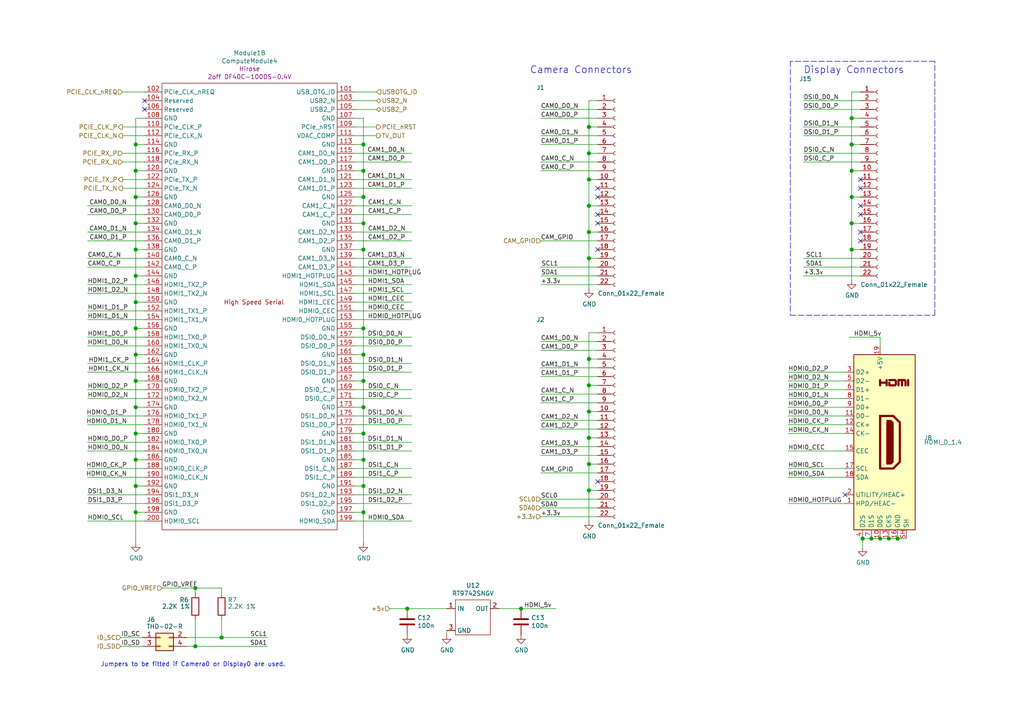
<source format=kicad_sch>
(kicad_sch (version 20201015) (generator eeschema)
  (page 1 6)
  (paper "A4")
  (title_block (title "Compute Module 4 IO Board - CM4 - Highspeed") (rev "1") (company "(c) Raspberry Pi Trading 2020") (comment 1 "www.raspberrypi.org"))
  (lib_symbols
    (symbol "CM4IO:ComputeModule4-CM4"
      (property "Reference" "Module" (at 113.03 -68.58 0))
      (property "Value" "ComputeModule4-CM4" (at 140.97 2.54 0))
      (property "Field4" "Hirose" (at 0 0 0))
      (property "Field5" "2x DF40C-100DS-0.4V" (at 0 -2.54 0))
      (symbol "ComputeModule4-CM4_1_0"
        (text "GPIO" (at 0 6.35 0) (effects (font (size 1.27 1.27))))
      )
      (symbol "ComputeModule4-CM4_1_1"
        (text "600mA Max" (at -8.89 -53.34 0) (effects (font (size 1.27 1.27))))
        (text "600mA Max" (at -8.89 -48.26 0) (effects (font (size 1.27 1.27))))
        (text "NB SD signals are only available" (at -1.27 -27.94 0) (effects (font (size 1.27 1.27))))
        (text "on modules without eMMC" (at -1.27 -30.48 0) (effects (font (size 1.27 1.27))))
        (pin power_in line (at 27.94 55.88 180) (length 2.54) (name "GND") (number "1"))
        (pin passive line (at -33.02 45.72 0) (length 2.54) (name "Ethernet_Pair0_N") (number "10"))
        (pin output line (at -33.02 -68.58 0) (length 2.54) (name "nEXTRST") (number "100"))
        (pin passive line (at 27.94 43.18 180) (length 2.54) (name "Ethernet_Pair2_P") (number "11"))
        (pin passive line (at -33.02 43.18 0) (length 2.54) (name "Ethernet_Pair0_P") (number "12"))
        (pin power_in line (at 27.94 40.64 180) (length 2.54) (name "GND") (number "13"))
        (pin power_in line (at -33.02 40.64 0) (length 2.54) (name "GND") (number "14"))
        (pin output line (at 27.94 38.1 180) (length 2.54) (name "Ethernet_nLED3(3.3v)") (number "15"))
        (pin input line (at -33.02 38.1 0) (length 2.54) (name "Ethernet_SYNC_IN(1.8v)") (number "16"))
        (pin output line (at 27.94 35.56 180) (length 2.54) (name "Ethernet_nLED2(3.3v)") (number "17"))
        (pin input line (at -33.02 35.56 0) (length 2.54) (name "Ethernet_SYNC_OUT(1.8v)") (number "18"))
        (pin output line (at 27.94 33.02 180) (length 2.54) (name "Ethernet_nLED1(3.3v)") (number "19"))
        (pin power_in line (at -33.02 55.88 0) (length 2.54) (name "GND") (number "2"))
        (pin passive line (at -33.02 33.02 0) (length 2.54) (name "EEPROM_nWP") (number "20"))
        (pin open_collector line (at 27.94 30.48 180) (length 2.54) (name "PI_nLED_Activity") (number "21"))
        (pin power_in line (at -33.02 30.48 0) (length 2.54) (name "GND") (number "22"))
        (pin power_in line (at 27.94 27.94 180) (length 2.54) (name "GND") (number "23"))
        (pin passive line (at -33.02 27.94 0) (length 2.54) (name "GPIO26") (number "24"))
        (pin passive line (at 27.94 25.4 180) (length 2.54) (name "GPIO21") (number "25"))
        (pin passive line (at -33.02 25.4 0) (length 2.54) (name "GPIO19") (number "26"))
        (pin passive line (at 27.94 22.86 180) (length 2.54) (name "GPIO20") (number "27"))
        (pin passive line (at -33.02 22.86 0) (length 2.54) (name "GPIO13") (number "28"))
        (pin passive line (at 27.94 20.32 180) (length 2.54) (name "GPIO16") (number "29"))
        (pin passive line (at 27.94 53.34 180) (length 2.54) (name "Ethernet_Pair3_P") (number "3"))
        (pin passive line (at -33.02 20.32 0) (length 2.54) (name "GPIO6") (number "30"))
        (pin passive line (at 27.94 17.78 180) (length 2.54) (name "GPIO12") (number "31"))
        (pin power_in line (at -33.02 17.78 0) (length 2.54) (name "GND") (number "32"))
        (pin power_in line (at 27.94 15.24 180) (length 2.54) (name "GND") (number "33"))
        (pin passive line (at -33.02 15.24 0) (length 2.54) (name "GPIO5") (number "34"))
        (pin passive line (at 27.94 12.7 180) (length 2.54) (name "ID_SC") (number "35"))
        (pin passive line (at -33.02 12.7 0) (length 2.54) (name "ID_SD") (number "36"))
        (pin passive line (at 27.94 10.16 180) (length 2.54) (name "GPIO7") (number "37"))
        (pin passive line (at -33.02 10.16 0) (length 2.54) (name "GPIO11") (number "38"))
        (pin passive line (at 27.94 7.62 180) (length 2.54) (name "GPIO8") (number "39"))
        (pin passive line (at -33.02 53.34 0) (length 2.54) (name "Ethernet_Pair1_P") (number "4"))
        (pin passive line (at -33.02 7.62 0) (length 2.54) (name "GPIO9") (number "40"))
        (pin passive line (at 27.94 5.08 180) (length 2.54) (name "GPIO25") (number "41"))
        (pin power_in line (at -33.02 5.08 0) (length 2.54) (name "GND") (number "42"))
        (pin power_in line (at 27.94 2.54 180) (length 2.54) (name "GND") (number "43"))
        (pin passive line (at -33.02 2.54 0) (length 2.54) (name "GPIO10") (number "44"))
        (pin passive line (at 27.94 0 180) (length 2.54) (name "GPIO24") (number "45"))
        (pin passive line (at -33.02 0 0) (length 2.54) (name "GPIO22") (number "46"))
        (pin passive line (at 27.94 -2.54 180) (length 2.54) (name "GPIO23") (number "47"))
        (pin passive line (at -33.02 -2.54 0) (length 2.54) (name "GPIO27") (number "48"))
        (pin passive line (at 27.94 -5.08 180) (length 2.54) (name "GPIO18") (number "49"))
        (pin passive line (at 27.94 50.8 180) (length 2.54) (name "Ethernet_Pair3_N") (number "5"))
        (pin passive line (at -33.02 -5.08 0) (length 2.54) (name "GPIO17") (number "50"))
        (pin passive line (at 27.94 -7.62 180) (length 2.54) (name "GPIO15") (number "51"))
        (pin power_in line (at -33.02 -7.62 0) (length 2.54) (name "GND") (number "52"))
        (pin power_in line (at 27.94 -10.16 180) (length 2.54) (name "GND") (number "53"))
        (pin passive line (at -33.02 -10.16 0) (length 2.54) (name "GPIO4") (number "54"))
        (pin passive line (at 27.94 -12.7 180) (length 2.54) (name "GPIO14") (number "55"))
        (pin passive line (at -33.02 -12.7 0) (length 2.54) (name "GPIO3") (number "56"))
        (pin passive line (at 27.94 -15.24 180) (length 2.54) (name "SD_CLK") (number "57"))
        (pin passive line (at -33.02 -15.24 0) (length 2.54) (name "GPIO2") (number "58"))
        (pin power_in line (at 27.94 -17.78 180) (length 2.54) (name "GND") (number "59"))
        (pin passive line (at -33.02 50.8 0) (length 2.54) (name "Ethernet_Pair1_N") (number "6"))
        (pin power_in line (at -33.02 -17.78 0) (length 2.54) (name "GND") (number "60"))
        (pin passive line (at 27.94 -20.32 180) (length 2.54) (name "SD_DAT3") (number "61"))
        (pin passive line (at -33.02 -20.32 0) (length 2.54) (name "SD_CMD") (number "62"))
        (pin passive line (at 27.94 -22.86 180) (length 2.54) (name "SD_DAT0") (number "63"))
        (pin passive line (at -33.02 -22.86 0) (length 2.54) (name "SD_DAT5") (number "64"))
        (pin power_in line (at 27.94 -25.4 180) (length 2.54) (name "GND") (number "65"))
        (pin power_in line (at -33.02 -25.4 0) (length 2.54) (name "GND") (number "66"))
        (pin passive line (at 27.94 -27.94 180) (length 2.54) (name "SD_DAT1") (number "67"))
        (pin passive line (at -33.02 -27.94 0) (length 2.54) (name "SD_DAT4") (number "68"))
        (pin passive line (at 27.94 -30.48 180) (length 2.54) (name "SD_DAT2") (number "69"))
        (pin power_in line (at 27.94 48.26 180) (length 2.54) (name "GND") (number "7"))
        (pin passive line (at -33.02 -30.48 0) (length 2.54) (name "SD_DAT7") (number "70"))
        (pin power_in line (at 27.94 -33.02 180) (length 2.54) (name "GND") (number "71"))
        (pin passive line (at -33.02 -33.02 0) (length 2.54) (name "SD_DAT6") (number "72"))
        (pin input line (at 27.94 -35.56 180) (length 2.54) (name "SD_VDD_Override") (number "73"))
        (pin power_in line (at -33.02 -35.56 0) (length 2.54) (name "GND") (number "74"))
        (pin output line (at 27.94 -38.1 180) (length 2.54) (name "SD_PWR_ON") (number "75"))
        (pin passive line (at -33.02 -38.1 0) (length 2.54) (name "Reserved") (number "76"))
        (pin power_in line (at 27.94 -40.64 180) (length 2.54) (name "+5v_(Input)") (number "77"))
        (pin power_in line (at -33.02 -40.64 0) (length 2.54) (name "GPIO_VREF(1.8v/3.3v_Input)") (number "78"))
        (pin power_in line (at 27.94 -43.18 180) (length 2.54) (name "+5v_(Input)") (number "79"))
        (pin power_in line (at -33.02 48.26 0) (length 2.54) (name "GND") (number "8"))
        (pin passive line (at -33.02 -43.18 0) (length 2.54) (name "SCL0") (number "80"))
        (pin power_in line (at 27.94 -45.72 180) (length 2.54) (name "+5v_(Input)") (number "81"))
        (pin passive line (at -33.02 -45.72 0) (length 2.54) (name "SDA0") (number "82"))
        (pin power_in line (at 27.94 -48.26 180) (length 2.54) (name "+5v_(Input)") (number "83"))
        (pin power_out line (at -33.02 -48.26 0) (length 2.54) (name "+3.3v_(Output)") (number "84"))
        (pin power_in line (at 27.94 -50.8 180) (length 2.54) (name "+5v_(Input)") (number "85"))
        (pin power_out line (at -33.02 -50.8 0) (length 2.54) (name "+3.3v_(Output)") (number "86"))
        (pin power_in line (at 27.94 -53.34 180) (length 2.54) (name "+5v_(Input)") (number "87"))
        (pin power_out line (at -33.02 -53.34 0) (length 2.54) (name "+1.8v_(Output)") (number "88"))
        (pin power_in line (at 27.94 -55.88 180) (length 2.54) (name "WiFi_nDisable") (number "89"))
        (pin passive line (at 27.94 45.72 180) (length 2.54) (name "Ethernet_Pair2_N") (number "9"))
        (pin power_out line (at -33.02 -55.88 0) (length 2.54) (name "+1.8v_(Output)") (number "90"))
        (pin power_in line (at 27.94 -58.42 180) (length 2.54) (name "BT_nDisable") (number "91"))
        (pin passive line (at -33.02 -58.42 0) (length 2.54) (name "RUN_PG") (number "92"))
        (pin input line (at 27.94 -60.96 180) (length 2.54) (name "nRPIBOOT") (number "93"))
        (pin passive line (at -33.02 -60.96 0) (length 2.54) (name "AnalogIP0") (number "94"))
        (pin output line (at 27.94 -63.5 180) (length 2.54) (name "nPI_LED_PWR") (number "95"))
        (pin passive line (at -33.02 -63.5 0) (length 2.54) (name "AnalogIP1") (number "96"))
        (pin passive line (at 27.94 -66.04 180) (length 2.54) (name "Camera_GPIO") (number "97"))
        (pin power_in line (at -33.02 -66.04 0) (length 2.54) (name "GND") (number "98"))
        (pin input line (at 27.94 -68.58 180) (length 2.54) (name "Global_EN") (number "99"))
      )
      (symbol "ComputeModule4-CM4_2_1"
        (text "High Speed Serial" (at 140.97 0 0) (effects (font (size 1.27 1.27))))
        (pin input line (at 170.18 60.96 180) (length 5.08) (name "USB_OTG_ID") (number "101"))
        (pin input line (at 109.22 60.96 0) (length 5.08) (name "PCIe_CLK_nREQ") (number "102"))
        (pin passive line (at 170.18 58.42 180) (length 5.08) (name "USB2_N") (number "103"))
        (pin passive line (at 109.22 58.42 0) (length 5.08) (name "Reserved") (number "104"))
        (pin passive line (at 170.18 55.88 180) (length 5.08) (name "USB2_P") (number "105"))
        (pin passive line (at 109.22 55.88 0) (length 5.08) (name "Reserved") (number "106"))
        (pin power_in line (at 170.18 53.34 180) (length 5.08) (name "GND") (number "107"))
        (pin power_in line (at 109.22 53.34 0) (length 5.08) (name "GND") (number "108"))
        (pin bidirectional line (at 170.18 50.8 180) (length 5.08) (name "PCIe_nRST") (number "109"))
        (pin output line (at 109.22 50.8 0) (length 5.08) (name "PCIe_CLK_P") (number "110"))
        (pin passive line (at 170.18 48.26 180) (length 5.08) (name "VDAC_COMP") (number "111"))
        (pin output line (at 109.22 48.26 0) (length 5.08) (name "PCIe_CLK_N") (number "112"))
        (pin power_in line (at 170.18 45.72 180) (length 5.08) (name "GND") (number "113"))
        (pin power_in line (at 109.22 45.72 0) (length 5.08) (name "GND") (number "114"))
        (pin input line (at 170.18 43.18 180) (length 5.08) (name "CAM1_D0_N") (number "115"))
        (pin input line (at 109.22 43.18 0) (length 5.08) (name "PCIe_RX_P") (number "116"))
        (pin input line (at 170.18 40.64 180) (length 5.08) (name "CAM1_D0_P") (number "117"))
        (pin input line (at 109.22 40.64 0) (length 5.08) (name "PCIe_RX_N") (number "118"))
        (pin power_in line (at 170.18 38.1 180) (length 5.08) (name "GND") (number "119"))
        (pin power_in line (at 109.22 38.1 0) (length 5.08) (name "GND") (number "120"))
        (pin input line (at 170.18 35.56 180) (length 5.08) (name "CAM1_D1_N") (number "121"))
        (pin output line (at 109.22 35.56 0) (length 5.08) (name "PCIe_TX_P") (number "122"))
        (pin input line (at 170.18 33.02 180) (length 5.08) (name "CAM1_D1_P") (number "123"))
        (pin output line (at 109.22 33.02 0) (length 5.08) (name "PCIe_TX_N") (number "124"))
        (pin power_in line (at 170.18 30.48 180) (length 5.08) (name "GND") (number "125"))
        (pin power_in line (at 109.22 30.48 0) (length 5.08) (name "GND") (number "126"))
        (pin input line (at 170.18 27.94 180) (length 5.08) (name "CAM1_C_N") (number "127"))
        (pin input line (at 109.22 27.94 0) (length 5.08) (name "CAM0_D0_N") (number "128"))
        (pin input line (at 170.18 25.4 180) (length 5.08) (name "CAM1_C_P") (number "129"))
        (pin input line (at 109.22 25.4 0) (length 5.08) (name "CAM0_D0_P") (number "130"))
        (pin power_in line (at 170.18 22.86 180) (length 5.08) (name "GND") (number "131"))
        (pin power_in line (at 109.22 22.86 0) (length 5.08) (name "GND") (number "132"))
        (pin input line (at 170.18 20.32 180) (length 5.08) (name "CAM1_D2_N") (number "133"))
        (pin input line (at 109.22 20.32 0) (length 5.08) (name "CAM0_D1_N") (number "134"))
        (pin input line (at 170.18 17.78 180) (length 5.08) (name "CAM1_D2_P") (number "135"))
        (pin input line (at 109.22 17.78 0) (length 5.08) (name "CAM0_D1_P") (number "136"))
        (pin power_in line (at 170.18 15.24 180) (length 5.08) (name "GND") (number "137"))
        (pin power_in line (at 109.22 15.24 0) (length 5.08) (name "GND") (number "138"))
        (pin input line (at 170.18 12.7 180) (length 5.08) (name "CAM1_D3_N") (number "139"))
        (pin input line (at 109.22 12.7 0) (length 5.08) (name "CAM0_C_N") (number "140"))
        (pin input line (at 170.18 10.16 180) (length 5.08) (name "CAM1_D3_P") (number "141"))
        (pin input line (at 109.22 10.16 0) (length 5.08) (name "CAM0_C_P") (number "142"))
        (pin input line (at 170.18 7.62 180) (length 5.08) (name "HDMI1_HOTPLUG") (number "143"))
        (pin power_in line (at 109.22 7.62 0) (length 5.08) (name "GND") (number "144"))
        (pin bidirectional line (at 170.18 5.08 180) (length 5.08) (name "HDMI1_SDA") (number "145"))
        (pin output line (at 109.22 5.08 0) (length 5.08) (name "HDMI1_TX2_P") (number "146"))
        (pin open_collector line (at 170.18 2.54 180) (length 5.08) (name "HDMI1_SCL") (number "147"))
        (pin output line (at 109.22 2.54 0) (length 5.08) (name "HDMI1_TX2_N") (number "148"))
        (pin open_collector line (at 170.18 0 180) (length 5.08) (name "HDMI1_CEC") (number "149"))
        (pin power_in line (at 109.22 0 0) (length 5.08) (name "GND") (number "150"))
        (pin open_collector line (at 170.18 -2.54 180) (length 5.08) (name "HDMI0_CEC") (number "151"))
        (pin output line (at 109.22 -2.54 0) (length 5.08) (name "HDMI1_TX1_P") (number "152"))
        (pin input line (at 170.18 -5.08 180) (length 5.08) (name "HDMI0_HOTPLUG") (number "153"))
        (pin output line (at 109.22 -5.08 0) (length 5.08) (name "HDMI1_TX1_N") (number "154"))
        (pin power_in line (at 170.18 -7.62 180) (length 5.08) (name "GND") (number "155"))
        (pin power_in line (at 109.22 -7.62 0) (length 5.08) (name "GND") (number "156"))
        (pin output line (at 170.18 -10.16 180) (length 5.08) (name "DSI0_D0_N") (number "157"))
        (pin output line (at 109.22 -10.16 0) (length 5.08) (name "HDMI1_TX0_P") (number "158"))
        (pin output line (at 170.18 -12.7 180) (length 5.08) (name "DSI0_D0_P") (number "159"))
        (pin output line (at 109.22 -12.7 0) (length 5.08) (name "HDMI1_TX0_N") (number "160"))
        (pin power_in line (at 170.18 -15.24 180) (length 5.08) (name "GND") (number "161"))
        (pin power_in line (at 109.22 -15.24 0) (length 5.08) (name "GND") (number "162"))
        (pin output line (at 170.18 -17.78 180) (length 5.08) (name "DSI0_D1_N") (number "163"))
        (pin output line (at 109.22 -17.78 0) (length 5.08) (name "HDMI1_CLK_P") (number "164"))
        (pin output line (at 170.18 -20.32 180) (length 5.08) (name "DSI0_D1_P") (number "165"))
        (pin output line (at 109.22 -20.32 0) (length 5.08) (name "HDMI1_CLK_N") (number "166"))
        (pin power_in line (at 170.18 -22.86 180) (length 5.08) (name "GND") (number "167"))
        (pin power_in line (at 109.22 -22.86 0) (length 5.08) (name "GND") (number "168"))
        (pin output line (at 170.18 -25.4 180) (length 5.08) (name "DSI0_C_N") (number "169"))
        (pin output line (at 109.22 -25.4 0) (length 5.08) (name "HDMI0_TX2_P") (number "170"))
        (pin output line (at 170.18 -27.94 180) (length 5.08) (name "DSI0_C_P") (number "171"))
        (pin output line (at 109.22 -27.94 0) (length 5.08) (name "HDMI0_TX2_N") (number "172"))
        (pin power_in line (at 170.18 -30.48 180) (length 5.08) (name "GND") (number "173"))
        (pin power_in line (at 109.22 -30.48 0) (length 5.08) (name "GND") (number "174"))
        (pin output line (at 170.18 -33.02 180) (length 5.08) (name "DSI1_D0_N") (number "175"))
        (pin output line (at 109.22 -33.02 0) (length 5.08) (name "HDMI0_TX1_P") (number "176"))
        (pin output line (at 170.18 -35.56 180) (length 5.08) (name "DSI1_D0_P") (number "177"))
        (pin output line (at 109.22 -35.56 0) (length 5.08) (name "HDMI0_TX1_N") (number "178"))
        (pin power_in line (at 170.18 -38.1 180) (length 5.08) (name "GND") (number "179"))
        (pin power_in line (at 109.22 -38.1 0) (length 5.08) (name "GND") (number "180"))
        (pin output line (at 170.18 -40.64 180) (length 5.08) (name "DSI1_D1_N") (number "181"))
        (pin output line (at 109.22 -40.64 0) (length 5.08) (name "HDMI0_TX0_P") (number "182"))
        (pin output line (at 170.18 -43.18 180) (length 5.08) (name "DSI1_D1_P") (number "183"))
        (pin output line (at 109.22 -43.18 0) (length 5.08) (name "HDMI0_TX0_N") (number "184"))
        (pin power_in line (at 170.18 -45.72 180) (length 5.08) (name "GND") (number "185"))
        (pin power_in line (at 109.22 -45.72 0) (length 5.08) (name "GND") (number "186"))
        (pin output line (at 170.18 -48.26 180) (length 5.08) (name "DSI1_C_N") (number "187"))
        (pin output line (at 109.22 -48.26 0) (length 5.08) (name "HDMI0_CLK_P") (number "188"))
        (pin output line (at 170.18 -50.8 180) (length 5.08) (name "DSI1_C_P") (number "189"))
        (pin output line (at 109.22 -50.8 0) (length 5.08) (name "HDMI0_CLK_N") (number "190"))
        (pin power_in line (at 170.18 -53.34 180) (length 5.08) (name "GND") (number "191"))
        (pin power_in line (at 109.22 -53.34 0) (length 5.08) (name "GND") (number "192"))
        (pin output line (at 170.18 -55.88 180) (length 5.08) (name "DSI1_D2_N") (number "193"))
        (pin output line (at 109.22 -55.88 0) (length 5.08) (name "DSI1_D3_N") (number "194"))
        (pin output line (at 170.18 -58.42 180) (length 5.08) (name "DSI1_D2_P") (number "195"))
        (pin output line (at 109.22 -58.42 0) (length 5.08) (name "DSI1_D3_P") (number "196"))
        (pin power_in line (at 170.18 -60.96 180) (length 5.08) (name "GND") (number "197"))
        (pin power_in line (at 109.22 -60.96 0) (length 5.08) (name "GND") (number "198"))
        (pin bidirectional line (at 170.18 -63.5 180) (length 5.08) (name "HDMI0_SDA") (number "199"))
        (pin open_collector line (at 109.22 -63.5 0) (length 5.08) (name "HDMI0_SCL") (number "200"))
      )
    )
    (symbol "CM4IO:RT9742SNGV"
      (property "Reference" "U" (at -2.54 7.62 0))
      (property "Value" "RT9742SNGV" (at 3.81 -5.08 0))
      (symbol "RT9742SNGV_1_1"
        (pin power_in line (at -5.08 3.81 0) (length 2.54) (name "IN") (number "1"))
        (pin power_in line (at 10.16 3.81 180) (length 2.54) (name "OUT") (number "2"))
        (pin power_in line (at -5.08 -2.54 0) (length 2.54) (name "GND") (number "3"))
      )
    )
    (symbol "Connector:Conn_01x22_Female" (pin_names hide)
      (property "Reference" "J" (at 0 27.94 0))
      (property "Value" "Conn_01x22_Female" (at 0 -30.48 0))
      (symbol "Conn_01x22_Female_1_1"
        (pin passive line (at -5.08 25.4 0) (length 3.81) (name "Pin_1") (number "1"))
        (pin passive line (at -5.08 2.54 0) (length 3.81) (name "Pin_10") (number "10"))
        (pin passive line (at -5.08 0 0) (length 3.81) (name "Pin_11") (number "11"))
        (pin passive line (at -5.08 -2.54 0) (length 3.81) (name "Pin_12") (number "12"))
        (pin passive line (at -5.08 -5.08 0) (length 3.81) (name "Pin_13") (number "13"))
        (pin passive line (at -5.08 -7.62 0) (length 3.81) (name "Pin_14") (number "14"))
        (pin passive line (at -5.08 -10.16 0) (length 3.81) (name "Pin_15") (number "15"))
        (pin passive line (at -5.08 -12.7 0) (length 3.81) (name "Pin_16") (number "16"))
        (pin passive line (at -5.08 -15.24 0) (length 3.81) (name "Pin_17") (number "17"))
        (pin passive line (at -5.08 -17.78 0) (length 3.81) (name "Pin_18") (number "18"))
        (pin passive line (at -5.08 -20.32 0) (length 3.81) (name "Pin_19") (number "19"))
        (pin passive line (at -5.08 22.86 0) (length 3.81) (name "Pin_2") (number "2"))
        (pin passive line (at -5.08 -22.86 0) (length 3.81) (name "Pin_20") (number "20"))
        (pin passive line (at -5.08 -25.4 0) (length 3.81) (name "Pin_21") (number "21"))
        (pin passive line (at -5.08 -27.94 0) (length 3.81) (name "Pin_22") (number "22"))
        (pin passive line (at -5.08 20.32 0) (length 3.81) (name "Pin_3") (number "3"))
        (pin passive line (at -5.08 17.78 0) (length 3.81) (name "Pin_4") (number "4"))
        (pin passive line (at -5.08 15.24 0) (length 3.81) (name "Pin_5") (number "5"))
        (pin passive line (at -5.08 12.7 0) (length 3.81) (name "Pin_6") (number "6"))
        (pin passive line (at -5.08 10.16 0) (length 3.81) (name "Pin_7") (number "7"))
        (pin passive line (at -5.08 7.62 0) (length 3.81) (name "Pin_8") (number "8"))
        (pin passive line (at -5.08 5.08 0) (length 3.81) (name "Pin_9") (number "9"))
      )
    )
    (symbol "Connector:HDMI_D_1.4"
      (property "Reference" "J" (at -6.35 26.67 0))
      (property "Value" "HDMI_D_1.4" (at 10.16 26.67 0))
      (symbol "HDMI_D_1.4_1_1"
        (pin passive line (at -10.16 -17.78 0) (length 2.54) (name "HPD/HEAC-") (number "1"))
        (pin power_in line (at 0 -27.94 90) (length 2.54) (name "D0S") (number "10"))
        (pin passive line (at -10.16 7.62 0) (length 2.54) (name "D0-") (number "11"))
        (pin passive line (at -10.16 5.08 0) (length 2.54) (name "CK+") (number "12"))
        (pin power_in line (at 2.54 -27.94 90) (length 2.54) (name "CKS") (number "13"))
        (pin passive line (at -10.16 2.54 0) (length 2.54) (name "CK-") (number "14"))
        (pin bidirectional line (at -10.16 -2.54 0) (length 2.54) (name "CEC") (number "15"))
        (pin power_in line (at 5.08 -27.94 90) (length 2.54) (name "GND") (number "16"))
        (pin passive line (at -10.16 -7.62 0) (length 2.54) (name "SCL") (number "17"))
        (pin bidirectional line (at -10.16 -10.16 0) (length 2.54) (name "SDA") (number "18"))
        (pin power_in line (at 0 27.94 270) (length 2.54) (name "+5V") (number "19"))
        (pin passive line (at -10.16 -15.24 0) (length 2.54) (name "UTILITY/HEAC+") (number "2"))
        (pin passive line (at -10.16 20.32 0) (length 2.54) (name "D2+") (number "3"))
        (pin power_in line (at -5.08 -27.94 90) (length 2.54) (name "D2S") (number "4"))
        (pin passive line (at -10.16 17.78 0) (length 2.54) (name "D2-") (number "5"))
        (pin passive line (at -10.16 15.24 0) (length 2.54) (name "D1+") (number "6"))
        (pin power_in line (at -2.54 -27.94 90) (length 2.54) (name "D1S") (number "7"))
        (pin passive line (at -10.16 12.7 0) (length 2.54) (name "D1-") (number "8"))
        (pin passive line (at -10.16 10.16 0) (length 2.54) (name "D0+") (number "9"))
        (pin passive line (at 7.62 -27.94 90) (length 2.54) (name "SH") (number "SH"))
      )
    )
    (symbol "Connector_Generic:Conn_02x02_Odd_Even" (pin_names hide)
      (property "Reference" "J" (at 1.27 2.54 0))
      (property "Value" "Conn_02x02_Odd_Even" (at 1.27 -5.08 0))
      (symbol "Conn_02x02_Odd_Even_1_1"
        (pin passive line (at -5.08 0 0) (length 3.81) (name "Pin_1") (number "1"))
        (pin passive line (at 7.62 0 180) (length 3.81) (name "Pin_2") (number "2"))
        (pin passive line (at -5.08 -2.54 0) (length 3.81) (name "Pin_3") (number "3"))
        (pin passive line (at 7.62 -2.54 180) (length 3.81) (name "Pin_4") (number "4"))
      )
    )
    (symbol "Device:C" (pin_numbers hide) (pin_names (offset 0.254))
      (property "Reference" "C" (at 0.635 2.54 0))
      (property "Value" "C" (at 0.635 -2.54 0))
      (symbol "C_1_1"
        (pin passive line (at 0 3.81 270) (length 2.794) (name "~") (number "1"))
        (pin passive line (at 0 -3.81 90) (length 2.794) (name "~") (number "2"))
      )
    )
    (symbol "Device:R" (pin_numbers hide) (pin_names (offset 0))
      (property "Reference" "R" (at 2.032 0 90))
      (property "Value" "R" (at 0 0 90))
      (symbol "R_1_1"
        (pin passive line (at 0 3.81 270) (length 1.27) (name "~") (number "1"))
        (pin passive line (at 0 -3.81 90) (length 1.27) (name "~") (number "2"))
      )
    )
    (symbol "power:GND" (power) (pin_names (offset 0))
      (property "Value" "GND" (at 0 -3.81 0))
      (symbol "GND_1_1"
        (pin power_in line (at 0 0 270) (length 0) hide (name "GND") (number "1"))
      )
    )
  )
  (junction (at 39.37 41.91) (diameter 1.016))
  (junction (at 39.37 49.53) (diameter 1.016))
  (junction (at 39.37 57.15) (diameter 1.016))
  (junction (at 39.37 64.77) (diameter 1.016))
  (junction (at 39.37 72.39) (diameter 1.016))
  (junction (at 39.37 80.01) (diameter 1.016))
  (junction (at 39.37 87.63) (diameter 1.016))
  (junction (at 39.37 95.25) (diameter 1.016))
  (junction (at 39.37 102.87) (diameter 1.016))
  (junction (at 39.37 110.49) (diameter 1.016))
  (junction (at 39.37 118.11) (diameter 1.016))
  (junction (at 39.37 125.73) (diameter 1.016))
  (junction (at 39.37 133.35) (diameter 1.016))
  (junction (at 39.37 140.97) (diameter 1.016))
  (junction (at 39.37 148.59) (diameter 1.016))
  (junction (at 56.642 170.561) (diameter 1.016))
  (junction (at 56.642 187.452) (diameter 1.016))
  (junction (at 64.262 184.912) (diameter 1.016))
  (junction (at 105.41 41.91) (diameter 1.016))
  (junction (at 105.41 49.53) (diameter 1.016))
  (junction (at 105.41 57.15) (diameter 1.016))
  (junction (at 105.41 64.77) (diameter 1.016))
  (junction (at 105.41 72.39) (diameter 1.016))
  (junction (at 105.41 95.25) (diameter 1.016))
  (junction (at 105.41 102.87) (diameter 1.016))
  (junction (at 105.41 110.49) (diameter 1.016))
  (junction (at 105.41 118.11) (diameter 1.016))
  (junction (at 105.41 125.73) (diameter 1.016))
  (junction (at 105.41 133.35) (diameter 1.016))
  (junction (at 105.41 140.97) (diameter 1.016))
  (junction (at 105.41 148.59) (diameter 1.016))
  (junction (at 118.11 176.53) (diameter 1.016))
  (junction (at 151.13 176.53) (diameter 1.016))
  (junction (at 170.815 36.83) (diameter 1.016))
  (junction (at 170.815 44.45) (diameter 1.016))
  (junction (at 170.815 52.07) (diameter 1.016))
  (junction (at 170.815 59.69) (diameter 1.016))
  (junction (at 170.815 67.31) (diameter 1.016))
  (junction (at 170.815 74.93) (diameter 1.016))
  (junction (at 170.815 104.14) (diameter 1.016))
  (junction (at 170.815 111.76) (diameter 1.016))
  (junction (at 170.815 119.38) (diameter 1.016))
  (junction (at 170.815 127) (diameter 1.016))
  (junction (at 170.815 134.62) (diameter 1.016))
  (junction (at 170.815 142.24) (diameter 1.016))
  (junction (at 247.015 34.29) (diameter 1.016))
  (junction (at 247.015 41.91) (diameter 1.016))
  (junction (at 247.015 49.53) (diameter 1.016))
  (junction (at 247.015 57.15) (diameter 1.016))
  (junction (at 247.015 64.77) (diameter 1.016))
  (junction (at 247.015 72.39) (diameter 1.016))
  (junction (at 250.19 156.21) (diameter 1.016))
  (junction (at 252.73 156.21) (diameter 1.016))
  (junction (at 255.27 156.21) (diameter 1.016))
  (junction (at 257.81 156.21) (diameter 1.016))
  (junction (at 260.35 156.21) (diameter 1.016))
  (no_connect (at 249.555 54.61))
  (no_connect (at 173.355 64.77))
  (no_connect (at 173.355 72.39))
  (no_connect (at 249.555 59.69))
  (no_connect (at 245.11 143.51))
  (no_connect (at 41.91 29.21))
  (no_connect (at 249.555 62.23))
  (no_connect (at 249.555 52.07))
  (no_connect (at 173.355 57.15))
  (no_connect (at 173.355 54.61))
  (no_connect (at 249.555 67.31))
  (no_connect (at 249.555 69.85))
  (no_connect (at 173.355 139.7))
  (no_connect (at 41.91 31.75))
  (no_connect (at 173.355 62.23))
  (wire (pts (xy 25.4 74.93) (xy 41.91 74.93)))
  (wire (pts (xy 25.4 77.47) (xy 41.91 77.47)))
  (wire (pts (xy 25.4 82.55) (xy 41.91 82.55)))
  (wire (pts (xy 25.4 85.09) (xy 41.91 85.09)))
  (wire (pts (xy 25.4 90.17) (xy 41.91 90.17)))
  (wire (pts (xy 25.4 92.71) (xy 41.91 92.71)))
  (wire (pts (xy 25.4 97.79) (xy 41.91 97.79)))
  (wire (pts (xy 25.4 100.33) (xy 41.91 100.33)))
  (wire (pts (xy 25.4 113.03) (xy 41.91 113.03)))
  (wire (pts (xy 25.4 115.57) (xy 41.91 115.57)))
  (wire (pts (xy 25.4 128.27) (xy 41.91 128.27)))
  (wire (pts (xy 25.4 130.81) (xy 41.91 130.81)))
  (wire (pts (xy 25.4 143.51) (xy 41.91 143.51)))
  (wire (pts (xy 25.4 146.05) (xy 41.91 146.05)))
  (wire (pts (xy 25.4 151.13) (xy 41.91 151.13)))
  (wire (pts (xy 35.052 184.912) (xy 41.402 184.912)))
  (wire (pts (xy 35.052 187.452) (xy 41.402 187.452)))
  (wire (pts (xy 35.56 26.67) (xy 41.91 26.67)))
  (wire (pts (xy 35.56 36.83) (xy 41.91 36.83)))
  (wire (pts (xy 35.56 39.37) (xy 41.91 39.37)))
  (wire (pts (xy 35.56 52.07) (xy 41.91 52.07)))
  (wire (pts (xy 35.56 54.61) (xy 41.91 54.61)))
  (wire (pts (xy 39.37 34.29) (xy 39.37 41.91)))
  (wire (pts (xy 39.37 41.91) (xy 39.37 49.53)))
  (wire (pts (xy 39.37 41.91) (xy 41.91 41.91)))
  (wire (pts (xy 39.37 49.53) (xy 39.37 57.15)))
  (wire (pts (xy 39.37 49.53) (xy 41.91 49.53)))
  (wire (pts (xy 39.37 57.15) (xy 39.37 64.77)))
  (wire (pts (xy 39.37 57.15) (xy 41.91 57.15)))
  (wire (pts (xy 39.37 64.77) (xy 39.37 72.39)))
  (wire (pts (xy 39.37 64.77) (xy 41.91 64.77)))
  (wire (pts (xy 39.37 72.39) (xy 39.37 80.01)))
  (wire (pts (xy 39.37 72.39) (xy 41.91 72.39)))
  (wire (pts (xy 39.37 80.01) (xy 39.37 87.63)))
  (wire (pts (xy 39.37 80.01) (xy 41.91 80.01)))
  (wire (pts (xy 39.37 87.63) (xy 39.37 95.25)))
  (wire (pts (xy 39.37 87.63) (xy 41.91 87.63)))
  (wire (pts (xy 39.37 95.25) (xy 39.37 102.87)))
  (wire (pts (xy 39.37 95.25) (xy 41.91 95.25)))
  (wire (pts (xy 39.37 102.87) (xy 39.37 110.49)))
  (wire (pts (xy 39.37 102.87) (xy 41.91 102.87)))
  (wire (pts (xy 39.37 110.49) (xy 39.37 118.11)))
  (wire (pts (xy 39.37 110.49) (xy 41.91 110.49)))
  (wire (pts (xy 39.37 118.11) (xy 39.37 125.73)))
  (wire (pts (xy 39.37 118.11) (xy 41.91 118.11)))
  (wire (pts (xy 39.37 125.73) (xy 39.37 133.35)))
  (wire (pts (xy 39.37 125.73) (xy 41.91 125.73)))
  (wire (pts (xy 39.37 133.35) (xy 39.37 140.97)))
  (wire (pts (xy 39.37 133.35) (xy 41.91 133.35)))
  (wire (pts (xy 39.37 140.97) (xy 39.37 148.59)))
  (wire (pts (xy 39.37 148.59) (xy 39.37 157.48)))
  (wire (pts (xy 41.91 34.29) (xy 39.37 34.29)))
  (wire (pts (xy 41.91 44.45) (xy 35.56 44.45)))
  (wire (pts (xy 41.91 46.99) (xy 35.56 46.99)))
  (wire (pts (xy 41.91 59.69) (xy 25.4 59.69)))
  (wire (pts (xy 41.91 62.23) (xy 25.4 62.23)))
  (wire (pts (xy 41.91 67.31) (xy 25.4 67.31)))
  (wire (pts (xy 41.91 69.85) (xy 25.4 69.85)))
  (wire (pts (xy 41.91 105.41) (xy 25.4 105.41)))
  (wire (pts (xy 41.91 107.95) (xy 25.4 107.95)))
  (wire (pts (xy 41.91 120.65) (xy 25.4 120.65)))
  (wire (pts (xy 41.91 123.19) (xy 25.4 123.19)))
  (wire (pts (xy 41.91 135.89) (xy 25.4 135.89)))
  (wire (pts (xy 41.91 138.43) (xy 25.4 138.43)))
  (wire (pts (xy 41.91 140.97) (xy 39.37 140.97)))
  (wire (pts (xy 41.91 148.59) (xy 39.37 148.59)))
  (wire (pts (xy 46.99 170.561) (xy 56.642 170.561)))
  (wire (pts (xy 54.102 184.912) (xy 64.262 184.912)))
  (wire (pts (xy 54.102 187.452) (xy 56.642 187.452)))
  (wire (pts (xy 56.642 170.561) (xy 56.642 172.085)))
  (wire (pts (xy 56.642 170.561) (xy 64.262 170.561)))
  (wire (pts (xy 56.642 179.705) (xy 56.642 187.452)))
  (wire (pts (xy 56.642 187.452) (xy 77.47 187.452)))
  (wire (pts (xy 64.262 170.561) (xy 64.262 172.085)))
  (wire (pts (xy 64.262 179.705) (xy 64.262 184.912)))
  (wire (pts (xy 64.262 184.912) (xy 77.597 184.912)))
  (wire (pts (xy 102.87 29.21) (xy 109.22 29.21)))
  (wire (pts (xy 102.87 31.75) (xy 109.22 31.75)))
  (wire (pts (xy 102.87 36.83) (xy 109.22 36.83)))
  (wire (pts (xy 102.87 39.37) (xy 109.22 39.37)))
  (wire (pts (xy 102.87 41.91) (xy 105.41 41.91)))
  (wire (pts (xy 102.87 49.53) (xy 105.41 49.53)))
  (wire (pts (xy 102.87 57.15) (xy 105.41 57.15)))
  (wire (pts (xy 102.87 59.69) (xy 119.38 59.69)))
  (wire (pts (xy 102.87 62.23) (xy 119.38 62.23)))
  (wire (pts (xy 102.87 64.77) (xy 105.41 64.77)))
  (wire (pts (xy 102.87 67.31) (xy 119.38 67.31)))
  (wire (pts (xy 102.87 69.85) (xy 119.38 69.85)))
  (wire (pts (xy 102.87 72.39) (xy 105.41 72.39)))
  (wire (pts (xy 102.87 80.01) (xy 119.38 80.01)))
  (wire (pts (xy 102.87 82.55) (xy 119.38 82.55)))
  (wire (pts (xy 102.87 85.09) (xy 119.38 85.09)))
  (wire (pts (xy 102.87 87.63) (xy 119.38 87.63)))
  (wire (pts (xy 102.87 90.17) (xy 119.38 90.17)))
  (wire (pts (xy 102.87 92.71) (xy 119.38 92.71)))
  (wire (pts (xy 102.87 95.25) (xy 105.41 95.25)))
  (wire (pts (xy 102.87 102.87) (xy 105.41 102.87)))
  (wire (pts (xy 102.87 105.41) (xy 119.38 105.41)))
  (wire (pts (xy 102.87 107.95) (xy 119.38 107.95)))
  (wire (pts (xy 102.87 110.49) (xy 105.41 110.49)))
  (wire (pts (xy 102.87 113.03) (xy 119.38 113.03)))
  (wire (pts (xy 102.87 115.57) (xy 119.38 115.57)))
  (wire (pts (xy 102.87 118.11) (xy 105.41 118.11)))
  (wire (pts (xy 102.87 125.73) (xy 105.41 125.73)))
  (wire (pts (xy 102.87 133.35) (xy 105.41 133.35)))
  (wire (pts (xy 102.87 135.89) (xy 119.38 135.89)))
  (wire (pts (xy 102.87 138.43) (xy 119.38 138.43)))
  (wire (pts (xy 102.87 140.97) (xy 105.41 140.97)))
  (wire (pts (xy 102.87 143.51) (xy 119.38 143.51)))
  (wire (pts (xy 102.87 146.05) (xy 119.38 146.05)))
  (wire (pts (xy 102.87 148.59) (xy 105.41 148.59)))
  (wire (pts (xy 102.87 151.13) (xy 119.38 151.13)))
  (wire (pts (xy 105.41 34.29) (xy 102.87 34.29)))
  (wire (pts (xy 105.41 41.91) (xy 105.41 34.29)))
  (wire (pts (xy 105.41 49.53) (xy 105.41 41.91)))
  (wire (pts (xy 105.41 57.15) (xy 105.41 49.53)))
  (wire (pts (xy 105.41 64.77) (xy 105.41 57.15)))
  (wire (pts (xy 105.41 72.39) (xy 105.41 64.77)))
  (wire (pts (xy 105.41 72.39) (xy 105.41 95.25)))
  (wire (pts (xy 105.41 95.25) (xy 105.41 102.87)))
  (wire (pts (xy 105.41 102.87) (xy 105.41 110.49)))
  (wire (pts (xy 105.41 110.49) (xy 105.41 118.11)))
  (wire (pts (xy 105.41 118.11) (xy 105.41 125.73)))
  (wire (pts (xy 105.41 125.73) (xy 105.41 133.35)))
  (wire (pts (xy 105.41 133.35) (xy 105.41 140.97)))
  (wire (pts (xy 105.41 140.97) (xy 105.41 148.59)))
  (wire (pts (xy 105.41 148.59) (xy 105.41 157.48)))
  (wire (pts (xy 109.22 26.67) (xy 102.87 26.67)))
  (wire (pts (xy 113.03 176.53) (xy 118.11 176.53)))
  (wire (pts (xy 118.11 176.53) (xy 129.54 176.53)))
  (wire (pts (xy 119.38 44.45) (xy 102.87 44.45)))
  (wire (pts (xy 119.38 46.99) (xy 102.87 46.99)))
  (wire (pts (xy 119.38 52.07) (xy 102.87 52.07)))
  (wire (pts (xy 119.38 54.61) (xy 102.87 54.61)))
  (wire (pts (xy 119.38 74.93) (xy 102.87 74.93)))
  (wire (pts (xy 119.38 77.47) (xy 102.87 77.47)))
  (wire (pts (xy 119.38 97.79) (xy 102.87 97.79)))
  (wire (pts (xy 119.38 100.33) (xy 102.87 100.33)))
  (wire (pts (xy 119.38 120.65) (xy 102.87 120.65)))
  (wire (pts (xy 119.38 123.19) (xy 102.87 123.19)))
  (wire (pts (xy 119.38 128.27) (xy 102.87 128.27)))
  (wire (pts (xy 119.38 130.81) (xy 102.87 130.81)))
  (wire (pts (xy 129.54 182.88) (xy 129.54 184.15)))
  (wire (pts (xy 144.78 176.53) (xy 151.13 176.53)))
  (wire (pts (xy 151.13 176.53) (xy 161.29 176.53)))
  (wire (pts (xy 156.845 31.75) (xy 173.355 31.75)))
  (wire (pts (xy 156.845 34.29) (xy 173.355 34.29)))
  (wire (pts (xy 156.845 39.37) (xy 173.355 39.37)))
  (wire (pts (xy 156.845 41.91) (xy 173.355 41.91)))
  (wire (pts (xy 156.845 46.99) (xy 173.355 46.99)))
  (wire (pts (xy 156.845 49.53) (xy 173.355 49.53)))
  (wire (pts (xy 156.845 99.06) (xy 173.355 99.06)))
  (wire (pts (xy 156.845 101.6) (xy 173.355 101.6)))
  (wire (pts (xy 156.845 106.68) (xy 173.355 106.68)))
  (wire (pts (xy 156.845 109.22) (xy 173.355 109.22)))
  (wire (pts (xy 156.845 114.3) (xy 173.355 114.3)))
  (wire (pts (xy 156.845 116.84) (xy 173.355 116.84)))
  (wire (pts (xy 156.845 121.92) (xy 173.355 121.92)))
  (wire (pts (xy 156.845 124.46) (xy 173.355 124.46)))
  (wire (pts (xy 156.845 129.54) (xy 173.355 129.54)))
  (wire (pts (xy 156.845 132.08) (xy 173.355 132.08)))
  (wire (pts (xy 156.845 137.16) (xy 173.355 137.16)))
  (wire (pts (xy 170.815 29.21) (xy 170.815 36.83)))
  (wire (pts (xy 170.815 36.83) (xy 170.815 44.45)))
  (wire (pts (xy 170.815 36.83) (xy 173.355 36.83)))
  (wire (pts (xy 170.815 44.45) (xy 170.815 52.07)))
  (wire (pts (xy 170.815 44.45) (xy 173.355 44.45)))
  (wire (pts (xy 170.815 52.07) (xy 170.815 59.69)))
  (wire (pts (xy 170.815 52.07) (xy 173.355 52.07)))
  (wire (pts (xy 170.815 59.69) (xy 170.815 67.31)))
  (wire (pts (xy 170.815 59.69) (xy 173.355 59.69)))
  (wire (pts (xy 170.815 67.31) (xy 170.815 74.93)))
  (wire (pts (xy 170.815 67.31) (xy 173.355 67.31)))
  (wire (pts (xy 170.815 74.93) (xy 170.815 83.82)))
  (wire (pts (xy 170.815 74.93) (xy 173.355 74.93)))
  (wire (pts (xy 170.815 96.52) (xy 170.815 104.14)))
  (wire (pts (xy 170.815 104.14) (xy 170.815 111.76)))
  (wire (pts (xy 170.815 104.14) (xy 173.355 104.14)))
  (wire (pts (xy 170.815 111.76) (xy 170.815 119.38)))
  (wire (pts (xy 170.815 111.76) (xy 173.355 111.76)))
  (wire (pts (xy 170.815 119.38) (xy 170.815 127)))
  (wire (pts (xy 170.815 119.38) (xy 173.355 119.38)))
  (wire (pts (xy 170.815 127) (xy 170.815 134.62)))
  (wire (pts (xy 170.815 127) (xy 173.355 127)))
  (wire (pts (xy 170.815 134.62) (xy 170.815 142.24)))
  (wire (pts (xy 170.815 134.62) (xy 173.355 134.62)))
  (wire (pts (xy 170.815 142.24) (xy 170.815 151.13)))
  (wire (pts (xy 170.815 142.24) (xy 173.355 142.24)))
  (wire (pts (xy 173.355 29.21) (xy 170.815 29.21)))
  (wire (pts (xy 173.355 69.85) (xy 156.845 69.85)))
  (wire (pts (xy 173.355 77.47) (xy 156.845 77.47)))
  (wire (pts (xy 173.355 80.01) (xy 156.845 80.01)))
  (wire (pts (xy 173.355 82.55) (xy 156.845 82.55)))
  (wire (pts (xy 173.355 96.52) (xy 170.815 96.52)))
  (wire (pts (xy 173.355 144.78) (xy 156.845 144.78)))
  (wire (pts (xy 173.355 147.32) (xy 156.845 147.32)))
  (wire (pts (xy 173.355 149.86) (xy 156.845 149.86)))
  (wire (pts (xy 228.6 107.95) (xy 245.11 107.95)))
  (wire (pts (xy 228.6 110.49) (xy 245.11 110.49)))
  (wire (pts (xy 228.6 113.03) (xy 245.11 113.03)))
  (wire (pts (xy 228.6 115.57) (xy 245.11 115.57)))
  (wire (pts (xy 228.6 118.11) (xy 245.11 118.11)))
  (wire (pts (xy 228.6 120.65) (xy 245.11 120.65)))
  (wire (pts (xy 228.6 123.19) (xy 245.11 123.19)))
  (wire (pts (xy 228.6 125.73) (xy 245.11 125.73)))
  (wire (pts (xy 228.6 130.81) (xy 245.11 130.81)))
  (wire (pts (xy 228.6 135.89) (xy 245.11 135.89)))
  (wire (pts (xy 228.6 138.43) (xy 245.11 138.43)))
  (wire (pts (xy 228.6 146.05) (xy 245.11 146.05)))
  (wire (pts (xy 233.045 29.21) (xy 249.555 29.21)))
  (wire (pts (xy 233.045 31.75) (xy 249.555 31.75)))
  (wire (pts (xy 233.045 36.83) (xy 249.555 36.83)))
  (wire (pts (xy 233.045 39.37) (xy 249.555 39.37)))
  (wire (pts (xy 233.045 44.45) (xy 249.555 44.45)))
  (wire (pts (xy 233.045 46.99) (xy 249.555 46.99)))
  (wire (pts (xy 246.38 97.79) (xy 255.27 97.79)))
  (wire (pts (xy 247.015 26.67) (xy 247.015 34.29)))
  (wire (pts (xy 247.015 34.29) (xy 247.015 41.91)))
  (wire (pts (xy 247.015 34.29) (xy 249.555 34.29)))
  (wire (pts (xy 247.015 41.91) (xy 247.015 49.53)))
  (wire (pts (xy 247.015 41.91) (xy 249.555 41.91)))
  (wire (pts (xy 247.015 49.53) (xy 247.015 57.15)))
  (wire (pts (xy 247.015 49.53) (xy 249.555 49.53)))
  (wire (pts (xy 247.015 57.15) (xy 247.015 64.77)))
  (wire (pts (xy 247.015 57.15) (xy 249.555 57.15)))
  (wire (pts (xy 247.015 64.77) (xy 247.015 72.39)))
  (wire (pts (xy 247.015 64.77) (xy 249.555 64.77)))
  (wire (pts (xy 247.015 72.39) (xy 247.015 81.28)))
  (wire (pts (xy 247.015 72.39) (xy 249.555 72.39)))
  (wire (pts (xy 249.555 26.67) (xy 247.015 26.67)))
  (wire (pts (xy 249.555 74.93) (xy 233.045 74.93)))
  (wire (pts (xy 249.555 77.47) (xy 233.045 77.47)))
  (wire (pts (xy 249.555 80.01) (xy 233.045 80.01)))
  (wire (pts (xy 250.19 156.21) (xy 250.19 158.75)))
  (wire (pts (xy 250.19 156.21) (xy 252.73 156.21)))
  (wire (pts (xy 252.73 156.21) (xy 255.27 156.21)))
  (wire (pts (xy 255.27 97.79) (xy 255.27 100.33)))
  (wire (pts (xy 255.27 156.21) (xy 257.81 156.21)))
  (wire (pts (xy 257.81 156.21) (xy 260.35 156.21)))
  (wire (pts (xy 260.35 156.21) (xy 262.89 156.21)))
  (polyline (pts (xy 229.235 17.78) (xy 229.235 91.44)) (stroke (width 0) (type dash)))
  (polyline (pts (xy 229.235 91.44) (xy 271.145 91.44)) (stroke (width 0) (type dash)))
  (polyline (pts (xy 271.145 17.78) (xy 229.235 17.78)) (stroke (width 0) (type dash)))
  (polyline (pts (xy 271.145 91.44) (xy 271.145 17.78)) (stroke (width 0) (type dash)))
  (text "Jumpers to be fitted if Camera0 or Display0 are used.\n" (at 82.804 193.548 0) (effects (font (size 1.27 1.27)) (justify right bottom)))
  (text "Camera Connectors" (at 153.67 21.59 0) (effects (font (size 2.0066 2.0066)) (justify left bottom)))
  (text "Display Connectors" (at 233.045 21.59 0) (effects (font (size 2.0066 2.0066)) (justify left bottom)))
  (label "CAM0_C_N" (at 25.4 74.93 0))
  (label "CAM0_C_P" (at 25.4 77.47 0))
  (label "HDMI1_D2_P" (at 25.4 82.55 0))
  (label "HDMI1_D2_N" (at 25.4 85.09 0))
  (label "HDMI1_D1_P" (at 25.4 90.17 0))
  (label "HDMI1_D1_N" (at 25.4 92.71 0))
  (label "HDMI1_D0_P" (at 25.4 97.79 0))
  (label "HDMI1_D0_N" (at 25.4 100.33 0))
  (label "HDMI0_D2_P" (at 25.4 113.03 0))
  (label "HDMI0_D2_N" (at 25.4 115.57 0))
  (label "HDMI0_D0_P" (at 25.4 128.27 0))
  (label "HDMI0_D0_N" (at 25.4 130.81 0))
  (label "DSI1_D3_N" (at 25.4 143.51 0))
  (label "DSI1_D3_P" (at 25.4 146.05 0))
  (label "HDMI0_SCL" (at 25.4 151.13 0))
  (label "CAM0_D0_N" (at 36.83 59.69 180))
  (label "CAM0_D0_P" (at 36.83 62.23 180))
  (label "CAM0_D1_N" (at 36.83 67.31 180))
  (label "CAM0_D1_P" (at 36.83 69.85 180))
  (label "HDMI0_D1_P" (at 36.83 120.65 180))
  (label "HDMI0_D1_N" (at 36.83 123.19 180))
  (label "HDMI0_CK_P" (at 36.83 135.89 180))
  (label "HDMI0_CK_N" (at 36.83 138.43 180))
  (label "HDMI1_CK_P" (at 37.465 105.41 180))
  (label "HDMI1_CK_N" (at 37.465 107.95 180))
  (label "ID_SC" (at 40.64 184.912 180))
  (label "ID_SD" (at 40.64 187.452 180))
  (label "GPIO_VREF" (at 46.99 170.561 0))
  (label "SCL1" (at 77.47 184.912 180))
  (label "SDA1" (at 77.47 187.452 180))
  (label "CAM1_C_N" (at 106.68 59.69 0))
  (label "CAM1_C_P" (at 106.68 62.23 0))
  (label "CAM1_D2_N" (at 106.68 67.31 0))
  (label "CAM1_D2_P" (at 106.68 69.85 0))
  (label "HDMI1_HOTPLUG" (at 106.68 80.01 0))
  (label "HDMI1_SDA" (at 106.68 82.55 0))
  (label "HDMI1_SCL" (at 106.68 85.09 0))
  (label "HDMI1_CEC" (at 106.68 87.63 0))
  (label "HDMI0_CEC" (at 106.68 90.17 0))
  (label "HDMI0_HOTPLUG" (at 106.68 92.71 0))
  (label "DSI0_D1_N" (at 106.68 105.41 0))
  (label "DSI0_D1_P" (at 106.68 107.95 0))
  (label "DSI0_C_N" (at 106.68 113.03 0))
  (label "DSI0_C_P" (at 106.68 115.57 0))
  (label "DSI1_C_N" (at 106.68 135.89 0))
  (label "DSI1_C_P" (at 106.68 138.43 0))
  (label "DSI1_D2_N" (at 106.68 143.51 0))
  (label "DSI1_D2_P" (at 106.68 146.05 0))
  (label "HDMI0_SDA" (at 106.68 151.13 0))
  (label "DSI0_D0_N" (at 116.84 97.79 180))
  (label "DSI0_D0_P" (at 116.84 100.33 180))
  (label "DSI1_D0_N" (at 116.84 120.65 180))
  (label "DSI1_D0_P" (at 116.84 123.19 180))
  (label "DSI1_D1_N" (at 116.84 128.27 180))
  (label "DSI1_D1_P" (at 116.84 130.81 180))
  (label "CAM1_D0_N" (at 117.475 44.45 180))
  (label "CAM1_D0_P" (at 117.475 46.99 180))
  (label "CAM1_D1_N" (at 117.475 52.07 180))
  (label "CAM1_D1_P" (at 117.475 54.61 180))
  (label "CAM1_D3_N" (at 117.475 74.93 180))
  (label "CAM1_D3_P" (at 117.475 77.47 180))
  (label "CAM0_D0_N" (at 156.845 31.75 0))
  (label "CAM0_D0_P" (at 156.845 34.29 0))
  (label "CAM0_D1_N" (at 156.845 39.37 0))
  (label "CAM0_D1_P" (at 156.845 41.91 0))
  (label "CAM0_C_N" (at 156.845 46.99 0))
  (label "CAM0_C_P" (at 156.845 49.53 0))
  (label "CAM_GPIO" (at 156.845 69.85 0))
  (label "+3.3v" (at 156.845 82.55 0))
  (label "CAM1_D0_N" (at 156.845 99.06 0))
  (label "CAM1_D0_P" (at 156.845 101.6 0))
  (label "CAM1_D1_N" (at 156.845 106.68 0))
  (label "CAM1_D1_P" (at 156.845 109.22 0))
  (label "CAM1_C_N" (at 156.845 114.3 0))
  (label "CAM1_C_P" (at 156.845 116.84 0))
  (label "CAM1_D2_N" (at 156.845 121.92 0))
  (label "CAM1_D2_P" (at 156.845 124.46 0))
  (label "CAM1_D3_N" (at 156.845 129.54 0))
  (label "CAM1_D3_P" (at 156.845 132.08 0))
  (label "CAM_GPIO" (at 156.845 137.16 0))
  (label "SCL0" (at 156.845 144.78 0))
  (label "SDA0" (at 156.845 147.32 0))
  (label "+3.3v" (at 156.845 149.86 0))
  (label "HDMI_5v" (at 160.02 176.53 180))
  (label "SCL1" (at 161.925 77.47 180))
  (label "SDA1" (at 161.925 80.01 180))
  (label "HDMI0_D2_P" (at 228.6 107.95 0))
  (label "HDMI0_D2_N" (at 228.6 110.49 0))
  (label "HDMI0_D1_P" (at 228.6 113.03 0))
  (label "HDMI0_D1_N" (at 228.6 115.57 0))
  (label "HDMI0_D0_P" (at 228.6 118.11 0))
  (label "HDMI0_D0_N" (at 228.6 120.65 0))
  (label "HDMI0_CK_P" (at 228.6 123.19 0))
  (label "HDMI0_CK_N" (at 228.6 125.73 0))
  (label "HDMI0_CEC" (at 228.6 130.81 0))
  (label "HDMI0_SCL" (at 228.6 135.89 0))
  (label "HDMI0_SDA" (at 228.6 138.43 0))
  (label "HDMI0_HOTPLUG" (at 228.6 146.05 0))
  (label "DSI0_D0_N" (at 233.045 29.21 0))
  (label "DSI0_D0_P" (at 233.045 31.75 0))
  (label "DSI0_D1_N" (at 233.045 36.83 0))
  (label "DSI0_D1_P" (at 233.045 39.37 0))
  (label "DSI0_C_N" (at 233.045 44.45 0))
  (label "DSI0_C_P" (at 233.045 46.99 0))
  (label "+3.3v" (at 233.045 80.01 0))
  (label "SCL1" (at 238.633 74.93 180))
  (label "SDA1" (at 238.633 77.47 180))
  (label "HDMI_5v" (at 247.65 97.79 0))
  (hierarchical_label "ID_SC" (shape input) (at 35.052 184.912 180))
  (hierarchical_label "ID_SD" (shape input) (at 35.052 187.452 180))
  (hierarchical_label "PCIE_CLK_nREQ" (shape input) (at 35.56 26.67 180))
  (hierarchical_label "PCIE_CLK_P" (shape output) (at 35.56 36.83 180))
  (hierarchical_label "PCIE_CLK_N" (shape output) (at 35.56 39.37 180))
  (hierarchical_label "PCIE_RX_P" (shape input) (at 35.56 44.45 180))
  (hierarchical_label "PCIE_RX_N" (shape input) (at 35.56 46.99 180))
  (hierarchical_label "PCIE_TX_P" (shape output) (at 35.56 52.07 180))
  (hierarchical_label "PCIE_TX_N" (shape output) (at 35.56 54.61 180))
  (hierarchical_label "GPIO_VREF" (shape input) (at 46.99 170.561 180))
  (hierarchical_label "USBOTG_ID" (shape input) (at 109.22 26.67 0))
  (hierarchical_label "USB2_N" (shape bidirectional) (at 109.22 29.21 0))
  (hierarchical_label "USB2_P" (shape bidirectional) (at 109.22 31.75 0))
  (hierarchical_label "PCIE_nRST" (shape output) (at 109.22 36.83 0))
  (hierarchical_label "TV_OUT" (shape output) (at 109.22 39.37 0))
  (hierarchical_label "+5v" (shape input) (at 113.03 176.53 180))
  (hierarchical_label "CAM_GPIO" (shape input) (at 156.845 69.85 180))
  (hierarchical_label "SCL0" (shape input) (at 156.845 144.78 180))
  (hierarchical_label "SDA0" (shape input) (at 156.845 147.32 180))
  (hierarchical_label "+3.3v" (shape input) (at 156.845 149.86 180))
  (symbol (lib_id "power:GND") (at 39.37 157.48 0) (unit 1)
    (property "Reference" "#PWR0131" (effects hide))
    (property "Value" "GND" (at 39.497 161.8742 0))
  )
  (symbol (lib_id "power:GND") (at 105.41 157.48 0) (unit 1)
    (property "Reference" "#PWR0130" (effects hide))
    (property "Value" "GND" (at 105.537 161.8742 0))
  )
  (symbol (lib_id "power:GND") (at 118.11 184.15 0) (unit 1)
    (property "Reference" "#PWR0137" (effects hide))
    (property "Value" "GND" (at 118.237 188.5442 0))
  )
  (symbol (lib_id "power:GND") (at 129.54 184.15 0) (unit 1)
    (property "Reference" "#PWR0138" (effects hide))
    (property "Value" "GND" (at 129.667 188.5442 0))
  )
  (symbol (lib_id "power:GND") (at 151.13 184.15 0) (unit 1)
    (property "Reference" "#PWR0136" (effects hide))
    (property "Value" "GND" (at 151.257 188.5442 0))
  )
  (symbol (lib_id "power:GND") (at 170.815 83.82 0) (unit 1)
    (property "Reference" "#PWR0117" (effects hide))
    (property "Value" "GND" (at 170.942 88.2142 0))
  )
  (symbol (lib_id "power:GND") (at 170.815 151.13 0) (unit 1)
    (property "Reference" "#PWR0106" (effects hide))
    (property "Value" "GND" (at 170.942 155.5242 0))
  )
  (symbol (lib_id "power:GND") (at 247.015 81.28 0) (unit 1)
    (property "Reference" "#PWR0133" (effects hide))
    (property "Value" "GND" (at 247.142 85.6742 0))
  )
  (symbol (lib_id "power:GND") (at 250.19 158.75 0) (unit 1)
    (property "Reference" "#PWR0128" (effects hide))
    (property "Value" "GND" (at 250.317 163.1442 0))
  )
  (symbol (lib_id "Device:R") (at 56.642 175.895 0) (unit 1)
    (property "Reference" "R6" (at 52.07 173.99 0) (effects (justify left)))
    (property "Value" "2.2K 1%" (at 46.99 175.895 0) (effects (justify left)))
    (property "Footprint" "Resistor_SMD:R_0402_1005Metric" (effects hide))
    (property "Datasheet" "https://fscdn.rohm.com/en/products/databook/datasheet/passive/resistor/chip_resistor/mcr-e.pdf" (effects hide))
    (property "Field4" "Farnell" (effects hide))
    (property "Field5" "9239278" (effects hide))
    (property "Field7" "KOA EUROPE GMBH" (effects hide))
    (property "Field6" "RK73G1ETQTP2201D         " (effects hide))
    (property "Part Description" "Resistor 2.2K M1005 1% 63mW" (effects hide))
    (property "Field8" "120889581" (effects hide))
  )
  (symbol (lib_id "Device:R") (at 64.262 175.895 0) (unit 1)
    (property "Reference" "R7" (at 66.04 173.99 0) (effects (justify left)))
    (property "Value" "2.2K 1%" (at 66.04 175.895 0) (effects (justify left)))
    (property "Footprint" "Resistor_SMD:R_0402_1005Metric" (effects hide))
    (property "Datasheet" "https://fscdn.rohm.com/en/products/databook/datasheet/passive/resistor/chip_resistor/mcr-e.pdf" (effects hide))
    (property "Field4" "Farnell" (effects hide))
    (property "Field5" "9239278" (effects hide))
    (property "Field7" "KOA EUROPE GMBH" (effects hide))
    (property "Field6" "RK73G1ETQTP2201D         " (effects hide))
    (property "Part Description" "Resistor 2.2K M1005 1% 63mW" (effects hide))
    (property "Field8" "120889581" (effects hide))
  )
  (symbol (lib_id "Device:C") (at 118.11 180.34 0) (unit 1)
    (property "Reference" "C12" (at 121.031 179.1716 0) (effects (justify left)))
    (property "Value" "100n" (at 121.031 181.483 0) (effects (justify left)))
    (property "Footprint" "Capacitor_SMD:C_0402_1005Metric" (effects hide))
    (property "Datasheet" "https://search.murata.co.jp/Ceramy/image/img/A01X/G101/ENG/GRM155R71C104KA88-01.pdf" (effects hide))
    (property "Field4" "Farnell" (effects hide))
    (property "Field5" "2611911" (effects hide))
    (property "Field6" "RM EMK105 B7104KV-F" (effects hide))
    (property "Field7" "TAIYO YUDEN EUROPE GMBH" (effects hide))
    (property "Part Description" "	0.1uF 10% 16V Ceramic Capacitor X7R 0402 (1005 Metric)" (effects hide))
    (property "Field8" "110091611" (effects hide))
  )
  (symbol (lib_id "Device:C") (at 151.13 180.34 0) (unit 1)
    (property "Reference" "C13" (at 154.051 179.1716 0) (effects (justify left)))
    (property "Value" "100n" (at 154.051 181.483 0) (effects (justify left)))
    (property "Footprint" "Capacitor_SMD:C_0402_1005Metric" (effects hide))
    (property "Datasheet" "https://search.murata.co.jp/Ceramy/image/img/A01X/G101/ENG/GRM155R71C104KA88-01.pdf" (effects hide))
    (property "Field4" "Farnell" (effects hide))
    (property "Field5" "2611911" (effects hide))
    (property "Field6" "RM EMK105 B7104KV-F" (effects hide))
    (property "Field7" "TAIYO YUDEN EUROPE GMBH" (effects hide))
    (property "Part Description" "	0.1uF 10% 16V Ceramic Capacitor X7R 0402 (1005 Metric)" (effects hide))
    (property "Field8" "110091611" (effects hide))
  )
  (symbol (lib_id "Connector_Generic:Conn_02x02_Odd_Even") (at 46.482 184.912 0) (unit 1)
    (property "Reference" "J6" (at 43.815 179.705 0))
    (property "Value" "THD-02-R" (at 47.752 181.7116 0))
    (property "Footprint" "Connector_PinHeader_2.54mm:PinHeader_2x02_P2.54mm_Vertical" (effects hide))
    (property "Datasheet" "https://www.toby.co.uk/uploads/publications/1673.pdf" (effects hide))
    (property "Field4" "Toby" (effects hide))
    (property "Field5" "THD-02-R" (effects hide))
    (property "Field6" "151-604-425-761" (effects hide))
    (property "Field7" "EDAC" (effects hide))
    (property "Field8" "UCON00791" (effects hide))
    (property "Part Description" "PinHeader_2x02_P2.54mm_Vertical" (effects hide))
  )
  (symbol (lib_id "CM4IO:RT9742SNGV") (at 134.62 180.34 0) (unit 1)
    (property "Reference" "U12" (at 137.16 169.799 0))
    (property "Value" "RT9742SNGV" (at 137.16 172.1104 0))
    (property "Footprint" "Package_TO_SOT_SMD:SOT-23" (effects hide))
    (property "Datasheet" "https://www.richtek.com/assets/product_file/RT9742/DS9742-09.pdf" (effects hide))
    (property "Field4" "Farnell" (effects hide))
    (property "Field5" "2575555" (effects hide))
    (property "Field6" "RT9742SNGV" (effects hide))
    (property "Field7" "RichTek" (effects hide))
    (property "Part Description" "Power Switch/Driver 1:1 N-Channel 500mA SOT-23-3" (effects hide))
    (property "Field8" "USWI00155" (effects hide))
  )
  (symbol (lib_id "Connector:Conn_01x22_Female") (at 178.435 54.61 0) (unit 1)
    (property "Reference" "J1" (at 155.575 25.4 0) (effects (justify left)))
    (property "Value" "Conn_01x22_Female" (at 173.355 85.09 0) (effects (justify left)))
    (property "Footprint" "Connector_FFC-FPC:Hirose_FH12-22S-0.5SH_1x22-1MP_P0.50mm_Horizontal" (effects hide))
    (property "Datasheet" "https://www.hirose.com/product/document?clcode=&productname=&series=FH12&documenttype=Catalog&lang=en&documentid=D31648_en" (effects hide))
    (property "Field4" "Mouser" (effects hide))
    (property "Field5" "798-FH12-22S-0.5SH55" (effects hide))
    (property "Field6" "FH12-22S-0.5SH55" (effects hide))
    (property "Field7" "Hirose" (effects hide))
    (property "Part Description" "22 Position FFC, FPC Connector Contacts, Bottom 0.020\" (0.50mm) Surface Mount, Right Angle" (effects hide))
  )
  (symbol (lib_id "Connector:Conn_01x22_Female") (at 178.435 121.92 0) (unit 1)
    (property "Reference" "J2" (at 155.575 92.71 0) (effects (justify left)))
    (property "Value" "Conn_01x22_Female" (at 173.355 152.4 0) (effects (justify left)))
    (property "Footprint" "Connector_FFC-FPC:Hirose_FH12-22S-0.5SH_1x22-1MP_P0.50mm_Horizontal" (effects hide))
    (property "Datasheet" "https://www.hirose.com/product/document?clcode=&productname=&series=FH12&documenttype=Catalog&lang=en&documentid=D31648_en" (effects hide))
    (property "Field4" "Mouser" (effects hide))
    (property "Field5" "798-FH12-22S-0.5SH55" (effects hide))
    (property "Field6" "FH12-22S-0.5SH55" (effects hide))
    (property "Field7" "Hirose" (effects hide))
    (property "Part Description" "22 Position FFC, FPC Connector Contacts, Bottom 0.020\" (0.50mm) Surface Mount, Right Angle" (effects hide))
  )
  (symbol (lib_id "Connector:Conn_01x22_Female") (at 254.635 52.07 0) (unit 1)
    (property "Reference" "J15" (at 231.775 22.86 0) (effects (justify left)))
    (property "Value" "Conn_01x22_Female" (at 249.555 82.55 0) (effects (justify left)))
    (property "Footprint" "Connector_FFC-FPC:Hirose_FH12-22S-0.5SH_1x22-1MP_P0.50mm_Horizontal" (effects hide))
    (property "Datasheet" "https://www.hirose.com/product/document?clcode=&productname=&series=FH12&documenttype=Catalog&lang=en&documentid=D31648_en" (effects hide))
    (property "Field4" "Mouser" (effects hide))
    (property "Field5" "798-FH12-22S-0.5SH55" (effects hide))
    (property "Field6" "FH12-22S-0.5SH55" (effects hide))
    (property "Field7" "Hirose" (effects hide))
    (property "Part Description" "22 Position FFC, FPC Connector Contacts, Bottom 0.020\" (0.50mm) Surface Mount, Right Angle" (effects hide))
  )
  (symbol (lib_id "Connector:HDMI_D_1.4") (at 255.27 128.27 0) (unit 1)
    (property "Reference" "J8" (at 267.97 127 0) (effects (justify left)))
    (property "Value" "HDMI_D_1.4" (at 267.97 128.27 0) (effects (justify left)))
    (property "Footprint" "Connector_HDMI:HDMI_Micro-D_Molex_46765-0x01" (effects hide))
    (property "Datasheet" "http://pinoutguide.com/PortableDevices/micro_hdmi_type_d_pinout.shtml" (effects hide))
  )
  (symbol (lib_id "CM4IO:ComputeModule4-CM4") (at -67.31 87.63 0) (unit 2)
    (property "Reference" "Module1" (at 72.39 15.367 0))
    (property "Value" "ComputeModule4" (at 72.39 17.6784 0))
    (property "Footprint" "CM4IO:Raspberry-Pi-4-Compute-Module" (effects hide))
    (property "Field4" "Hirose" (at 72.39 19.9644 0))
    (property "Field5" "2off DF40C-100DS-0.4V" (at 72.39 22.2758 0))
    (property "Field6" "2off DF40C-100DS-0.4V" (effects hide))
    (property "Field7" "Hirose" (effects hide))
    (property "Part Description" "	100 Position Connector Receptacle, Center Strip Contacts Surface Mount Gold" (effects hide))
  )
)
</source>
